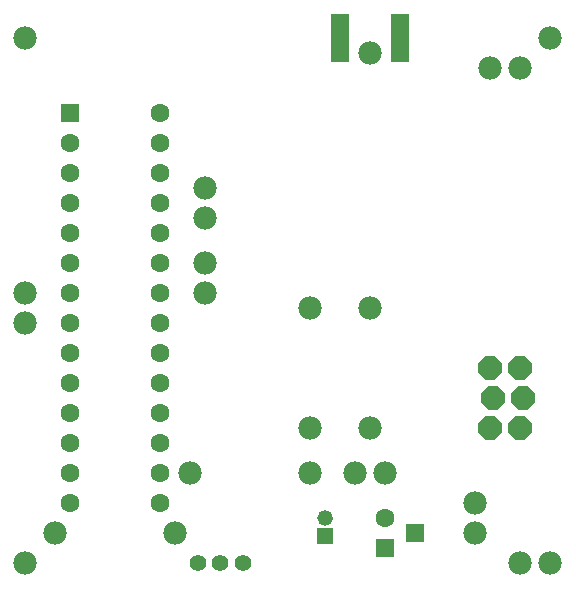
<source format=gbs>
G75*
G70*
%OFA0B0*%
%FSLAX24Y24*%
%IPPOS*%
%LPD*%
%AMOC8*
5,1,8,0,0,1.08239X$1,22.5*
%
%ADD10C,0.0555*%
%ADD11OC8,0.0780*%
%ADD12R,0.0640X0.1640*%
%ADD13C,0.0780*%
%ADD14R,0.0630X0.0630*%
%ADD15C,0.0630*%
%ADD16R,0.0520X0.0520*%
%ADD17C,0.0520*%
D10*
X007430Y002180D03*
X008180Y002180D03*
X008930Y002180D03*
D11*
X017180Y006680D03*
X017280Y007680D03*
X018280Y007680D03*
X018180Y006680D03*
X018180Y008680D03*
X017180Y008680D03*
D12*
X014180Y019680D03*
X012180Y019680D03*
D13*
X001680Y002180D03*
X002680Y003180D03*
X006680Y003180D03*
X007180Y005180D03*
X011180Y005180D03*
X011180Y006680D03*
X012680Y005180D03*
X013680Y005180D03*
X013180Y006680D03*
X016680Y004180D03*
X016680Y003180D03*
X018180Y002180D03*
X019180Y002180D03*
X013180Y010680D03*
X011180Y010680D03*
X007680Y011180D03*
X007680Y012180D03*
X007680Y013680D03*
X007680Y014680D03*
X013180Y019180D03*
X017180Y018680D03*
X018180Y018680D03*
X019180Y019680D03*
X001680Y019680D03*
X001680Y011180D03*
X001680Y010180D03*
D14*
X003180Y017180D03*
X014680Y003180D03*
X013680Y002680D03*
D15*
X013680Y003680D03*
X006180Y004180D03*
X006180Y005180D03*
X006180Y006180D03*
X006180Y007180D03*
X006180Y008180D03*
X006180Y009180D03*
X006180Y010180D03*
X006180Y011180D03*
X006180Y012180D03*
X006180Y013180D03*
X006180Y014180D03*
X006180Y015180D03*
X006180Y016180D03*
X006180Y017180D03*
X003180Y016180D03*
X003180Y015180D03*
X003180Y014180D03*
X003180Y013180D03*
X003180Y012180D03*
X003180Y011180D03*
X003180Y010180D03*
X003180Y009180D03*
X003180Y008180D03*
X003180Y007180D03*
X003180Y006180D03*
X003180Y005180D03*
X003180Y004180D03*
D16*
X011680Y003090D03*
D17*
X011680Y003680D03*
M02*

</source>
